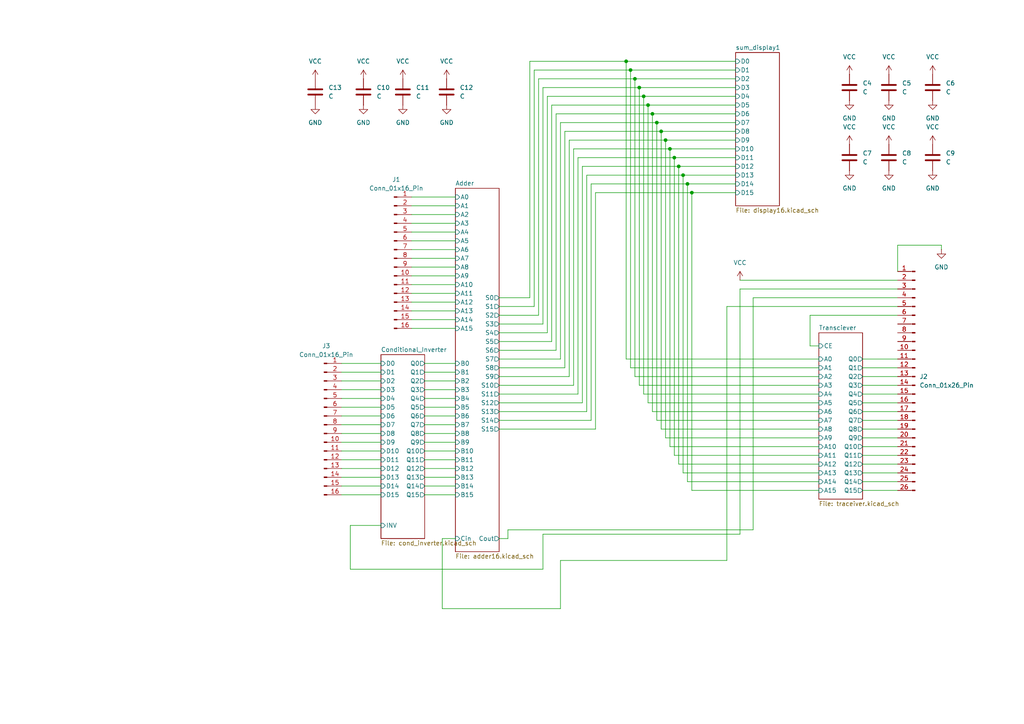
<source format=kicad_sch>
(kicad_sch (version 20231120) (generator "eeschema") (generator_version "8.0")
  (paper "A4")
  (lib_symbols
    (symbol "Connector:Conn_01x16_Pin" (pin_names (offset 1.016) hide)
      (property "Reference" "J" (at 0 20.32 0))
      (property "Value" "Conn_01x16_Pin" (at 0 -22.86 0))
      (symbol "Conn_01x16_Pin_1_1"
        (polyline (pts (xy 1.27 -20.32) (xy 0.8636 -20.32)) (stroke (width 0.1524)))
        (polyline (pts (xy 1.27 -17.78) (xy 0.8636 -17.78)) (stroke (width 0.1524)))
        (polyline (pts (xy 1.27 -15.24) (xy 0.8636 -15.24)) (stroke (width 0.1524)))
        (polyline (pts (xy 1.27 -12.7) (xy 0.8636 -12.7)) (stroke (width 0.1524)))
        (polyline (pts (xy 1.27 -10.16) (xy 0.8636 -10.16)) (stroke (width 0.1524)))
        (polyline (pts (xy 1.27 -7.62) (xy 0.8636 -7.62)) (stroke (width 0.1524)))
        (polyline (pts (xy 1.27 -5.08) (xy 0.8636 -5.08)) (stroke (width 0.1524)))
        (polyline (pts (xy 1.27 -2.54) (xy 0.8636 -2.54)) (stroke (width 0.1524)))
        (polyline (pts (xy 1.27 0) (xy 0.8636 0)) (stroke (width 0.1524)))
        (polyline (pts (xy 1.27 2.54) (xy 0.8636 2.54)) (stroke (width 0.1524)))
        (polyline (pts (xy 1.27 5.08) (xy 0.8636 5.08)) (stroke (width 0.1524)))
        (polyline (pts (xy 1.27 7.62) (xy 0.8636 7.62)) (stroke (width 0.1524)))
        (polyline (pts (xy 1.27 10.16) (xy 0.8636 10.16)) (stroke (width 0.1524)))
        (polyline (pts (xy 1.27 12.7) (xy 0.8636 12.7)) (stroke (width 0.1524)))
        (polyline (pts (xy 1.27 15.24) (xy 0.8636 15.24)) (stroke (width 0.1524)))
        (polyline (pts (xy 1.27 17.78) (xy 0.8636 17.78)) (stroke (width 0.1524)))
        (rectangle (start 0.8636 -20.193) (end 0 -20.447) (stroke (width 0.1524)) (fill (type outline)))
        (rectangle (start 0.8636 -17.653) (end 0 -17.907) (stroke (width 0.1524)) (fill (type outline)))
        (rectangle (start 0.8636 -15.113) (end 0 -15.367) (stroke (width 0.1524)) (fill (type outline)))
        (rectangle (start 0.8636 -12.573) (end 0 -12.827) (stroke (width 0.1524)) (fill (type outline)))
        (rectangle (start 0.8636 -10.033) (end 0 -10.287) (stroke (width 0.1524)) (fill (type outline)))
        (rectangle (start 0.8636 -7.493) (end 0 -7.747) (stroke (width 0.1524)) (fill (type outline)))
        (rectangle (start 0.8636 -4.953) (end 0 -5.207) (stroke (width 0.1524)) (fill (type outline)))
        (rectangle (start 0.8636 -2.413) (end 0 -2.667) (stroke (width 0.1524)) (fill (type outline)))
        (rectangle (start 0.8636 0.127) (end 0 -0.127) (stroke (width 0.1524)) (fill (type outline)))
        (rectangle (start 0.8636 2.667) (end 0 2.413) (stroke (width 0.1524)) (fill (type outline)))
        (rectangle (start 0.8636 5.207) (end 0 4.953) (stroke (width 0.1524)) (fill (type outline)))
        (rectangle (start 0.8636 7.747) (end 0 7.493) (stroke (width 0.1524)) (fill (type outline)))
        (rectangle (start 0.8636 10.287) (end 0 10.033) (stroke (width 0.1524)) (fill (type outline)))
        (rectangle (start 0.8636 12.827) (end 0 12.573) (stroke (width 0.1524)) (fill (type outline)))
        (rectangle (start 0.8636 15.367) (end 0 15.113) (stroke (width 0.1524)) (fill (type outline)))
        (rectangle (start 0.8636 17.907) (end 0 17.653) (stroke (width 0.1524)) (fill (type outline)))
        (pin passive line (at 5.08 17.78 180) (length 3.81) (name "Pin_1") (number "1"))
        (pin passive line (at 5.08 -5.08 180) (length 3.81) (name "Pin_10") (number "10"))
        (pin passive line (at 5.08 -7.62 180) (length 3.81) (name "Pin_11") (number "11"))
        (pin passive line (at 5.08 -10.16 180) (length 3.81) (name "Pin_12") (number "12"))
        (pin passive line (at 5.08 -12.7 180) (length 3.81) (name "Pin_13") (number "13"))
        (pin passive line (at 5.08 -15.24 180) (length 3.81) (name "Pin_14") (number "14"))
        (pin passive line (at 5.08 -17.78 180) (length 3.81) (name "Pin_15") (number "15"))
        (pin passive line (at 5.08 -20.32 180) (length 3.81) (name "Pin_16") (number "16"))
        (pin passive line (at 5.08 15.24 180) (length 3.81) (name "Pin_2") (number "2"))
        (pin passive line (at 5.08 12.7 180) (length 3.81) (name "Pin_3") (number "3"))
        (pin passive line (at 5.08 10.16 180) (length 3.81) (name "Pin_4") (number "4"))
        (pin passive line (at 5.08 7.62 180) (length 3.81) (name "Pin_5") (number "5"))
        (pin passive line (at 5.08 5.08 180) (length 3.81) (name "Pin_6") (number "6"))
        (pin passive line (at 5.08 2.54 180) (length 3.81) (name "Pin_7") (number "7"))
        (pin passive line (at 5.08 0 180) (length 3.81) (name "Pin_8") (number "8"))
        (pin passive line (at 5.08 -2.54 180) (length 3.81) (name "Pin_9") (number "9"))
      )
    )
    (symbol "Connector:Conn_01x26_Pin" (pin_names (offset 1.016) hide)
      (property "Reference" "J" (at 0 33.02 0))
      (property "Value" "Conn_01x26_Pin" (at 0 -35.56 0))
      (symbol "Conn_01x26_Pin_1_1"
        (polyline (pts (xy 1.27 -33.02) (xy 0.8636 -33.02)) (stroke (width 0.1524)))
        (polyline (pts (xy 1.27 -30.48) (xy 0.8636 -30.48)) (stroke (width 0.1524)))
        (polyline (pts (xy 1.27 -27.94) (xy 0.8636 -27.94)) (stroke (width 0.1524)))
        (polyline (pts (xy 1.27 -25.4) (xy 0.8636 -25.4)) (stroke (width 0.1524)))
        (polyline (pts (xy 1.27 -22.86) (xy 0.8636 -22.86)) (stroke (width 0.1524)))
        (polyline (pts (xy 1.27 -20.32) (xy 0.8636 -20.32)) (stroke (width 0.1524)))
        (polyline (pts (xy 1.27 -17.78) (xy 0.8636 -17.78)) (stroke (width 0.1524)))
        (polyline (pts (xy 1.27 -15.24) (xy 0.8636 -15.24)) (stroke (width 0.1524)))
        (polyline (pts (xy 1.27 -12.7) (xy 0.8636 -12.7)) (stroke (width 0.1524)))
        (polyline (pts (xy 1.27 -10.16) (xy 0.8636 -10.16)) (stroke (width 0.1524)))
        (polyline (pts (xy 1.27 -7.62) (xy 0.8636 -7.62)) (stroke (width 0.1524)))
        (polyline (pts (xy 1.27 -5.08) (xy 0.8636 -5.08)) (stroke (width 0.1524)))
        (polyline (pts (xy 1.27 -2.54) (xy 0.8636 -2.54)) (stroke (width 0.1524)))
        (polyline (pts (xy 1.27 0) (xy 0.8636 0)) (stroke (width 0.1524)))
        (polyline (pts (xy 1.27 2.54) (xy 0.8636 2.54)) (stroke (width 0.1524)))
        (polyline (pts (xy 1.27 5.08) (xy 0.8636 5.08)) (stroke (width 0.1524)))
        (polyline (pts (xy 1.27 7.62) (xy 0.8636 7.62)) (stroke (width 0.1524)))
        (polyline (pts (xy 1.27 10.16) (xy 0.8636 10.16)) (stroke (width 0.1524)))
        (polyline (pts (xy 1.27 12.7) (xy 0.8636 12.7)) (stroke (width 0.1524)))
        (polyline (pts (xy 1.27 15.24) (xy 0.8636 15.24)) (stroke (width 0.1524)))
        (polyline (pts (xy 1.27 17.78) (xy 0.8636 17.78)) (stroke (width 0.1524)))
        (polyline (pts (xy 1.27 20.32) (xy 0.8636 20.32)) (stroke (width 0.1524)))
        (polyline (pts (xy 1.27 22.86) (xy 0.8636 22.86)) (stroke (width 0.1524)))
        (polyline (pts (xy 1.27 25.4) (xy 0.8636 25.4)) (stroke (width 0.1524)))
        (polyline (pts (xy 1.27 27.94) (xy 0.8636 27.94)) (stroke (width 0.1524)))
        (polyline (pts (xy 1.27 30.48) (xy 0.8636 30.48)) (stroke (width 0.1524)))
        (rectangle (start 0.8636 -32.893) (end 0 -33.147) (stroke (width 0.1524)) (fill (type outline)))
        (rectangle (start 0.8636 -30.353) (end 0 -30.607) (stroke (width 0.1524)) (fill (type outline)))
        (rectangle (start 0.8636 -27.813) (end 0 -28.067) (stroke (width 0.1524)) (fill (type outline)))
        (rectangle (start 0.8636 -25.273) (end 0 -25.527) (stroke (width 0.1524)) (fill (type outline)))
        (rectangle (start 0.8636 -22.733) (end 0 -22.987) (stroke (width 0.1524)) (fill (type outline)))
        (rectangle (start 0.8636 -20.193) (end 0 -20.447) (stroke (width 0.1524)) (fill (type outline)))
        (rectangle (start 0.8636 -17.653) (end 0 -17.907) (stroke (width 0.1524)) (fill (type outline)))
        (rectangle (start 0.8636 -15.113) (end 0 -15.367) (stroke (width 0.1524)) (fill (type outline)))
        (rectangle (start 0.8636 -12.573) (end 0 -12.827) (stroke (width 0.1524)) (fill (type outline)))
        (rectangle (start 0.8636 -10.033) (end 0 -10.287) (stroke (width 0.1524)) (fill (type outline)))
        (rectangle (start 0.8636 -7.493) (end 0 -7.747) (stroke (width 0.1524)) (fill (type outline)))
        (rectangle (start 0.8636 -4.953) (end 0 -5.207) (stroke (width 0.1524)) (fill (type outline)))
        (rectangle (start 0.8636 -2.413) (end 0 -2.667) (stroke (width 0.1524)) (fill (type outline)))
        (rectangle (start 0.8636 0.127) (end 0 -0.127) (stroke (width 0.1524)) (fill (type outline)))
        (rectangle (start 0.8636 2.667) (end 0 2.413) (stroke (width 0.1524)) (fill (type outline)))
        (rectangle (start 0.8636 5.207) (end 0 4.953) (stroke (width 0.1524)) (fill (type outline)))
        (rectangle (start 0.8636 7.747) (end 0 7.493) (stroke (width 0.1524)) (fill (type outline)))
        (rectangle (start 0.8636 10.287) (end 0 10.033) (stroke (width 0.1524)) (fill (type outline)))
        (rectangle (start 0.8636 12.827) (end 0 12.573) (stroke (width 0.1524)) (fill (type outline)))
        (rectangle (start 0.8636 15.367) (end 0 15.113) (stroke (width 0.1524)) (fill (type outline)))
        (rectangle (start 0.8636 17.907) (end 0 17.653) (stroke (width 0.1524)) (fill (type outline)))
        (rectangle (start 0.8636 20.447) (end 0 20.193) (stroke (width 0.1524)) (fill (type outline)))
        (rectangle (start 0.8636 22.987) (end 0 22.733) (stroke (width 0.1524)) (fill (type outline)))
        (rectangle (start 0.8636 25.527) (end 0 25.273) (stroke (width 0.1524)) (fill (type outline)))
        (rectangle (start 0.8636 28.067) (end 0 27.813) (stroke (width 0.1524)) (fill (type outline)))
        (rectangle (start 0.8636 30.607) (end 0 30.353) (stroke (width 0.1524)) (fill (type outline)))
        (pin passive line (at 5.08 30.48 180) (length 3.81) (name "Pin_1") (number "1"))
        (pin passive line (at 5.08 7.62 180) (length 3.81) (name "Pin_10") (number "10"))
        (pin passive line (at 5.08 5.08 180) (length 3.81) (name "Pin_11") (number "11"))
        (pin passive line (at 5.08 2.54 180) (length 3.81) (name "Pin_12") (number "12"))
        (pin passive line (at 5.08 0 180) (length 3.81) (name "Pin_13") (number "13"))
        (pin passive line (at 5.08 -2.54 180) (length 3.81) (name "Pin_14") (number "14"))
        (pin passive line (at 5.08 -5.08 180) (length 3.81) (name "Pin_15") (number "15"))
        (pin passive line (at 5.08 -7.62 180) (length 3.81) (name "Pin_16") (number "16"))
        (pin passive line (at 5.08 -10.16 180) (length 3.81) (name "Pin_17") (number "17"))
        (pin passive line (at 5.08 -12.7 180) (length 3.81) (name "Pin_18") (number "18"))
        (pin passive line (at 5.08 -15.24 180) (length 3.81) (name "Pin_19") (number "19"))
        (pin passive line (at 5.08 27.94 180) (length 3.81) (name "Pin_2") (number "2"))
        (pin passive line (at 5.08 -17.78 180) (length 3.81) (name "Pin_20") (number "20"))
        (pin passive line (at 5.08 -20.32 180) (length 3.81) (name "Pin_21") (number "21"))
        (pin passive line (at 5.08 -22.86 180) (length 3.81) (name "Pin_22") (number "22"))
        (pin passive line (at 5.08 -25.4 180) (length 3.81) (name "Pin_23") (number "23"))
        (pin passive line (at 5.08 -27.94 180) (length 3.81) (name "Pin_24") (number "24"))
        (pin passive line (at 5.08 -30.48 180) (length 3.81) (name "Pin_25") (number "25"))
        (pin passive line (at 5.08 -33.02 180) (length 3.81) (name "Pin_26") (number "26"))
        (pin passive line (at 5.08 25.4 180) (length 3.81) (name "Pin_3") (number "3"))
        (pin passive line (at 5.08 22.86 180) (length 3.81) (name "Pin_4") (number "4"))
        (pin passive line (at 5.08 20.32 180) (length 3.81) (name "Pin_5") (number "5"))
        (pin passive line (at 5.08 17.78 180) (length 3.81) (name "Pin_6") (number "6"))
        (pin passive line (at 5.08 15.24 180) (length 3.81) (name "Pin_7") (number "7"))
        (pin passive line (at 5.08 12.7 180) (length 3.81) (name "Pin_8") (number "8"))
        (pin passive line (at 5.08 10.16 180) (length 3.81) (name "Pin_9") (number "9"))
      )
    )
    (symbol "Device:C" (pin_numbers hide) (pin_names (offset 0.254))
      (property "Reference" "C" (at 0.635 2.54 0))
      (property "Value" "C" (at 0.635 -2.54 0))
      (symbol "C_0_1"
        (polyline (pts (xy -2.032 -0.762) (xy 2.032 -0.762)) (stroke (width 0.508)))
        (polyline (pts (xy -2.032 0.762) (xy 2.032 0.762)) (stroke (width 0.508)))
      )
      (symbol "C_1_1"
        (pin passive line (at 0 3.81 270) (length 2.794) (name "~") (number "1"))
        (pin passive line (at 0 -3.81 90) (length 2.794) (name "~") (number "2"))
      )
    )
    (symbol "power:GND" (power) (pin_numbers hide) (pin_names (offset 0) hide)
      (property "Value" "GND" (at 0 -3.81 0))
      (symbol "GND_0_1"
        (polyline (pts (xy 0 0) (xy 0 -1.27) (xy 1.27 -1.27) (xy 0 -2.54) (xy -1.27 -1.27) (xy 0 -1.27)))
      )
      (symbol "GND_1_1"
        (pin power_in line (at 0 0 270) (length 0) (name "~") (number "1"))
      )
    )
    (symbol "power:VCC" (power) (pin_numbers hide) (pin_names (offset 0) hide)
      (property "Value" "VCC" (at 0 3.556 0))
      (symbol "VCC_0_1"
        (polyline (pts (xy -0.762 1.27) (xy 0 2.54)))
        (polyline (pts (xy 0 0) (xy 0 2.54)))
        (polyline (pts (xy 0 2.54) (xy 0.762 1.27)))
      )
      (symbol "VCC_1_1"
        (pin power_in line (at 0 0 90) (length 0) (name "~") (number "1"))
      )
    )
  )
  (junction (at 199.39 53.34))
  (junction (at 198.12 50.8))
  (junction (at 184.15 22.86))
  (junction (at 191.77 38.1))
  (junction (at 186.69 27.94))
  (junction (at 185.42 25.4))
  (junction (at 190.5 35.56))
  (junction (at 182.88 20.32))
  (junction (at 196.85 48.26))
  (junction (at 181.61 17.78))
  (junction (at 194.31 43.18))
  (junction (at 195.58 45.72))
  (junction (at 187.96 30.48))
  (junction (at 189.23 33.02))
  (junction (at 200.66 55.88))
  (junction (at 193.04 40.64))
  (wire (pts (xy 218.44 86.36) (xy 218.44 153.67)))
  (wire (pts (xy 153.67 86.36) (xy 144.78 86.36)))
  (wire (pts (xy 194.31 43.18) (xy 213.36 43.18)))
  (wire (pts (xy 99.06 143.51) (xy 110.49 143.51)))
  (wire (pts (xy 157.48 165.1) (xy 101.6 165.1)))
  (wire (pts (xy 185.42 25.4) (xy 213.36 25.4)))
  (wire (pts (xy 186.69 27.94) (xy 213.36 27.94)))
  (wire (pts (xy 196.85 134.62) (xy 237.49 134.62)))
  (wire (pts (xy 186.69 27.94) (xy 186.69 114.3)))
  (wire (pts (xy 158.75 96.52) (xy 144.78 96.52)))
  (wire (pts (xy 184.15 22.86) (xy 184.15 109.22)))
  (wire (pts (xy 156.21 22.86) (xy 184.15 22.86)))
  (wire (pts (xy 119.38 87.63) (xy 132.08 87.63)))
  (wire (pts (xy 185.42 25.4) (xy 185.42 111.76)))
  (wire (pts (xy 214.63 154.94) (xy 157.48 154.94)))
  (wire (pts (xy 200.66 55.88) (xy 213.36 55.88)))
  (wire (pts (xy 119.38 62.23) (xy 132.08 62.23)))
  (wire (pts (xy 250.19 129.54) (xy 260.35 129.54)))
  (wire (pts (xy 153.67 17.78) (xy 181.61 17.78)))
  (wire (pts (xy 260.35 86.36) (xy 218.44 86.36)))
  (wire (pts (xy 128.27 176.53) (xy 128.27 156.21)))
  (wire (pts (xy 165.1 40.64) (xy 165.1 109.22)))
  (wire (pts (xy 167.64 45.72) (xy 167.64 114.3)))
  (wire (pts (xy 99.06 118.11) (xy 110.49 118.11)))
  (wire (pts (xy 123.19 107.95) (xy 132.08 107.95)))
  (wire (pts (xy 123.19 128.27) (xy 132.08 128.27)))
  (wire (pts (xy 214.63 81.28) (xy 260.35 81.28)))
  (wire (pts (xy 250.19 106.68) (xy 260.35 106.68)))
  (wire (pts (xy 123.19 110.49) (xy 132.08 110.49)))
  (wire (pts (xy 195.58 45.72) (xy 213.36 45.72)))
  (wire (pts (xy 250.19 132.08) (xy 260.35 132.08)))
  (wire (pts (xy 182.88 20.32) (xy 213.36 20.32)))
  (wire (pts (xy 166.37 43.18) (xy 194.31 43.18)))
  (wire (pts (xy 99.06 140.97) (xy 110.49 140.97)))
  (wire (pts (xy 273.05 71.12) (xy 273.05 72.39)))
  (wire (pts (xy 162.56 176.53) (xy 128.27 176.53)))
  (wire (pts (xy 119.38 80.01) (xy 132.08 80.01)))
  (wire (pts (xy 99.06 135.89) (xy 110.49 135.89)))
  (wire (pts (xy 119.38 90.17) (xy 132.08 90.17)))
  (wire (pts (xy 200.66 142.24) (xy 237.49 142.24)))
  (wire (pts (xy 99.06 105.41) (xy 110.49 105.41)))
  (wire (pts (xy 187.96 30.48) (xy 187.96 116.84)))
  (wire (pts (xy 234.95 100.33) (xy 237.49 100.33)))
  (wire (pts (xy 165.1 40.64) (xy 193.04 40.64)))
  (wire (pts (xy 123.19 120.65) (xy 132.08 120.65)))
  (wire (pts (xy 123.19 105.41) (xy 132.08 105.41)))
  (wire (pts (xy 168.91 48.26) (xy 196.85 48.26)))
  (wire (pts (xy 190.5 35.56) (xy 213.36 35.56)))
  (wire (pts (xy 128.27 156.21) (xy 132.08 156.21)))
  (wire (pts (xy 167.64 45.72) (xy 195.58 45.72)))
  (wire (pts (xy 250.19 111.76) (xy 260.35 111.76)))
  (wire (pts (xy 172.72 55.88) (xy 172.72 124.46)))
  (wire (pts (xy 162.56 162.56) (xy 162.56 176.53)))
  (wire (pts (xy 160.02 30.48) (xy 187.96 30.48)))
  (wire (pts (xy 160.02 30.48) (xy 160.02 99.06)))
  (wire (pts (xy 99.06 133.35) (xy 110.49 133.35)))
  (wire (pts (xy 119.38 74.93) (xy 132.08 74.93)))
  (wire (pts (xy 172.72 55.88) (xy 200.66 55.88)))
  (wire (pts (xy 187.96 30.48) (xy 213.36 30.48)))
  (wire (pts (xy 119.38 95.25) (xy 132.08 95.25)))
  (wire (pts (xy 170.18 50.8) (xy 198.12 50.8)))
  (wire (pts (xy 171.45 121.92) (xy 144.78 121.92)))
  (wire (pts (xy 199.39 53.34) (xy 199.39 139.7)))
  (wire (pts (xy 191.77 124.46) (xy 237.49 124.46)))
  (wire (pts (xy 250.19 124.46) (xy 260.35 124.46)))
  (wire (pts (xy 153.67 17.78) (xy 153.67 86.36)))
  (wire (pts (xy 99.06 115.57) (xy 110.49 115.57)))
  (wire (pts (xy 162.56 35.56) (xy 162.56 104.14)))
  (wire (pts (xy 218.44 153.67) (xy 147.32 153.67)))
  (wire (pts (xy 99.06 125.73) (xy 110.49 125.73)))
  (wire (pts (xy 119.38 82.55) (xy 132.08 82.55)))
  (wire (pts (xy 163.83 38.1) (xy 191.77 38.1)))
  (wire (pts (xy 170.18 119.38) (xy 144.78 119.38)))
  (wire (pts (xy 172.72 124.46) (xy 144.78 124.46)))
  (wire (pts (xy 190.5 121.92) (xy 237.49 121.92)))
  (wire (pts (xy 187.96 116.84) (xy 237.49 116.84)))
  (wire (pts (xy 184.15 22.86) (xy 213.36 22.86)))
  (wire (pts (xy 171.45 53.34) (xy 171.45 121.92)))
  (wire (pts (xy 99.06 113.03) (xy 110.49 113.03)))
  (wire (pts (xy 157.48 154.94) (xy 157.48 165.1)))
  (wire (pts (xy 194.31 129.54) (xy 237.49 129.54)))
  (wire (pts (xy 186.69 114.3) (xy 237.49 114.3)))
  (wire (pts (xy 154.94 20.32) (xy 182.88 20.32)))
  (wire (pts (xy 199.39 53.34) (xy 213.36 53.34)))
  (wire (pts (xy 193.04 40.64) (xy 213.36 40.64)))
  (wire (pts (xy 191.77 38.1) (xy 191.77 124.46)))
  (wire (pts (xy 154.94 20.32) (xy 154.94 88.9)))
  (wire (pts (xy 198.12 137.16) (xy 237.49 137.16)))
  (wire (pts (xy 99.06 130.81) (xy 110.49 130.81)))
  (wire (pts (xy 160.02 99.06) (xy 144.78 99.06)))
  (wire (pts (xy 193.04 40.64) (xy 193.04 127)))
  (wire (pts (xy 123.19 143.51) (xy 132.08 143.51)))
  (wire (pts (xy 185.42 111.76) (xy 237.49 111.76)))
  (wire (pts (xy 123.19 125.73) (xy 132.08 125.73)))
  (wire (pts (xy 250.19 142.24) (xy 260.35 142.24)))
  (wire (pts (xy 165.1 109.22) (xy 144.78 109.22)))
  (wire (pts (xy 157.48 25.4) (xy 157.48 93.98)))
  (wire (pts (xy 260.35 78.74) (xy 260.35 71.12)))
  (wire (pts (xy 170.18 50.8) (xy 170.18 119.38)))
  (wire (pts (xy 119.38 92.71) (xy 132.08 92.71)))
  (wire (pts (xy 250.19 127) (xy 260.35 127)))
  (wire (pts (xy 157.48 25.4) (xy 185.42 25.4)))
  (wire (pts (xy 161.29 101.6) (xy 144.78 101.6)))
  (wire (pts (xy 196.85 48.26) (xy 196.85 134.62)))
  (wire (pts (xy 171.45 53.34) (xy 199.39 53.34)))
  (wire (pts (xy 99.06 120.65) (xy 110.49 120.65)))
  (wire (pts (xy 260.35 91.44) (xy 234.95 91.44)))
  (wire (pts (xy 123.19 115.57) (xy 132.08 115.57)))
  (wire (pts (xy 184.15 109.22) (xy 237.49 109.22)))
  (wire (pts (xy 182.88 106.68) (xy 237.49 106.68)))
  (wire (pts (xy 250.19 121.92) (xy 260.35 121.92)))
  (wire (pts (xy 156.21 91.44) (xy 144.78 91.44)))
  (wire (pts (xy 195.58 45.72) (xy 195.58 132.08)))
  (wire (pts (xy 250.19 119.38) (xy 260.35 119.38)))
  (wire (pts (xy 99.06 138.43) (xy 110.49 138.43)))
  (wire (pts (xy 147.32 156.21) (xy 144.78 156.21)))
  (wire (pts (xy 198.12 50.8) (xy 213.36 50.8)))
  (wire (pts (xy 123.19 133.35) (xy 132.08 133.35)))
  (wire (pts (xy 101.6 152.4) (xy 110.49 152.4)))
  (wire (pts (xy 195.58 132.08) (xy 237.49 132.08)))
  (wire (pts (xy 123.19 130.81) (xy 132.08 130.81)))
  (wire (pts (xy 166.37 111.76) (xy 144.78 111.76)))
  (wire (pts (xy 158.75 27.94) (xy 186.69 27.94)))
  (wire (pts (xy 167.64 114.3) (xy 144.78 114.3)))
  (wire (pts (xy 181.61 17.78) (xy 213.36 17.78)))
  (wire (pts (xy 119.38 57.15) (xy 132.08 57.15)))
  (wire (pts (xy 234.95 91.44) (xy 234.95 100.33)))
  (wire (pts (xy 250.19 116.84) (xy 260.35 116.84)))
  (wire (pts (xy 119.38 69.85) (xy 132.08 69.85)))
  (wire (pts (xy 182.88 20.32) (xy 182.88 106.68)))
  (wire (pts (xy 161.29 33.02) (xy 189.23 33.02)))
  (wire (pts (xy 119.38 64.77) (xy 132.08 64.77)))
  (wire (pts (xy 198.12 50.8) (xy 198.12 137.16)))
  (wire (pts (xy 99.06 123.19) (xy 110.49 123.19)))
  (wire (pts (xy 189.23 33.02) (xy 189.23 119.38)))
  (wire (pts (xy 162.56 35.56) (xy 190.5 35.56)))
  (wire (pts (xy 168.91 116.84) (xy 144.78 116.84)))
  (wire (pts (xy 260.35 88.9) (xy 210.82 88.9)))
  (wire (pts (xy 214.63 83.82) (xy 214.63 154.94)))
  (wire (pts (xy 193.04 127) (xy 237.49 127)))
  (wire (pts (xy 161.29 33.02) (xy 161.29 101.6)))
  (wire (pts (xy 210.82 88.9) (xy 210.82 162.56)))
  (wire (pts (xy 119.38 77.47) (xy 132.08 77.47)))
  (wire (pts (xy 196.85 48.26) (xy 213.36 48.26)))
  (wire (pts (xy 181.61 104.14) (xy 237.49 104.14)))
  (wire (pts (xy 168.91 48.26) (xy 168.91 116.84)))
  (wire (pts (xy 190.5 35.56) (xy 190.5 121.92)))
  (wire (pts (xy 250.19 104.14) (xy 260.35 104.14)))
  (wire (pts (xy 162.56 104.14) (xy 144.78 104.14)))
  (wire (pts (xy 123.19 140.97) (xy 132.08 140.97)))
  (wire (pts (xy 123.19 118.11) (xy 132.08 118.11)))
  (wire (pts (xy 123.19 135.89) (xy 132.08 135.89)))
  (wire (pts (xy 99.06 128.27) (xy 110.49 128.27)))
  (wire (pts (xy 119.38 85.09) (xy 132.08 85.09)))
  (wire (pts (xy 210.82 162.56) (xy 162.56 162.56)))
  (wire (pts (xy 250.19 134.62) (xy 260.35 134.62)))
  (wire (pts (xy 166.37 43.18) (xy 166.37 111.76)))
  (wire (pts (xy 119.38 67.31) (xy 132.08 67.31)))
  (wire (pts (xy 123.19 113.03) (xy 132.08 113.03)))
  (wire (pts (xy 194.31 43.18) (xy 194.31 129.54)))
  (wire (pts (xy 119.38 59.69) (xy 132.08 59.69)))
  (wire (pts (xy 250.19 114.3) (xy 260.35 114.3)))
  (wire (pts (xy 260.35 83.82) (xy 214.63 83.82)))
  (wire (pts (xy 99.06 110.49) (xy 110.49 110.49)))
  (wire (pts (xy 191.77 38.1) (xy 213.36 38.1)))
  (wire (pts (xy 156.21 22.86) (xy 156.21 91.44)))
  (wire (pts (xy 260.35 71.12) (xy 273.05 71.12)))
  (wire (pts (xy 147.32 153.67) (xy 147.32 156.21)))
  (wire (pts (xy 123.19 123.19) (xy 132.08 123.19)))
  (wire (pts (xy 154.94 88.9) (xy 144.78 88.9)))
  (wire (pts (xy 158.75 27.94) (xy 158.75 96.52)))
  (wire (pts (xy 163.83 38.1) (xy 163.83 106.68)))
  (wire (pts (xy 189.23 33.02) (xy 213.36 33.02)))
  (wire (pts (xy 189.23 119.38) (xy 237.49 119.38)))
  (wire (pts (xy 99.06 107.95) (xy 110.49 107.95)))
  (wire (pts (xy 119.38 72.39) (xy 132.08 72.39)))
  (wire (pts (xy 101.6 165.1) (xy 101.6 152.4)))
  (wire (pts (xy 157.48 93.98) (xy 144.78 93.98)))
  (wire (pts (xy 250.19 139.7) (xy 260.35 139.7)))
  (wire (pts (xy 200.66 55.88) (xy 200.66 142.24)))
  (wire (pts (xy 250.19 109.22) (xy 260.35 109.22)))
  (wire (pts (xy 123.19 138.43) (xy 132.08 138.43)))
  (wire (pts (xy 181.61 17.78) (xy 181.61 104.14)))
  (wire (pts (xy 199.39 139.7) (xy 237.49 139.7)))
  (wire (pts (xy 163.83 106.68) (xy 144.78 106.68)))
  (wire (pts (xy 250.19 137.16) (xy 260.35 137.16)))
  (symbol (lib_id "Device:C") (at 91.44 26.67 0) (unit 1)
    (property "Reference" "C13" (at 95.25 25.3999 0) (effects (justify left)))
    (property "Value" "C" (at 95.25 27.9399 0) (effects (justify left)))
    (property "Footprint" "Capacitor_SMD:C_0805_2012Metric" (effects (hide yes)))
    (property "Description" "Unpolarized capacitor" (effects (hide yes)))
  )
  (symbol (lib_id "power:GND") (at 116.84 30.48 0) (unit 1)
    (property "Reference" "#PWR051" (effects (hide yes)))
    (property "Value" "GND" (at 116.84 35.56 0))
    (property "Description" "Power symbol creates a global label with name \"GND\" , ground" (effects (hide yes)))
  )
  (symbol (lib_id "power:VCC") (at 257.81 21.59 0) (unit 1)
    (property "Reference" "#PWR036" (effects (hide yes)))
    (property "Value" "VCC" (at 257.81 16.51 0))
    (property "Description" "Power symbol creates a global label with name \"VCC\"" (effects (hide yes)))
  )
  (symbol (lib_id "power:VCC") (at 116.84 22.86 0) (unit 1)
    (property "Reference" "#PWR048" (effects (hide yes)))
    (property "Value" "VCC" (at 116.84 17.78 0))
    (property "Description" "Power symbol creates a global label with name \"VCC\"" (effects (hide yes)))
  )
  (symbol (lib_id "power:GND") (at 273.05 72.39 0) (unit 1)
    (property "Reference" "#PWR01" (effects (hide yes)))
    (property "Value" "GND" (at 273.05 77.47 0))
    (property "Description" "Power symbol creates a global label with name \"GND\" , ground" (effects (hide yes)))
  )
  (symbol (lib_id "power:VCC") (at 270.51 21.59 0) (unit 1)
    (property "Reference" "#PWR037" (effects (hide yes)))
    (property "Value" "VCC" (at 270.51 16.51 0))
    (property "Description" "Power symbol creates a global label with name \"VCC\"" (effects (hide yes)))
  )
  (symbol (lib_id "power:VCC") (at 246.38 21.59 0) (unit 1)
    (property "Reference" "#PWR035" (effects (hide yes)))
    (property "Value" "VCC" (at 246.38 16.51 0))
    (property "Description" "Power symbol creates a global label with name \"VCC\"" (effects (hide yes)))
  )
  (symbol (lib_id "power:GND") (at 270.51 49.53 0) (unit 1)
    (property "Reference" "#PWR046" (effects (hide yes)))
    (property "Value" "GND" (at 270.51 54.61 0))
    (property "Description" "Power symbol creates a global label with name \"GND\" , ground" (effects (hide yes)))
  )
  (symbol (lib_id "power:GND") (at 246.38 29.21 0) (unit 1)
    (property "Reference" "#PWR038" (effects (hide yes)))
    (property "Value" "GND" (at 246.38 34.29 0))
    (property "Description" "Power symbol creates a global label with name \"GND\" , ground" (effects (hide yes)))
  )
  (symbol (lib_id "power:GND") (at 270.51 29.21 0) (unit 1)
    (property "Reference" "#PWR040" (effects (hide yes)))
    (property "Value" "GND" (at 270.51 34.29 0))
    (property "Description" "Power symbol creates a global label with name \"GND\" , ground" (effects (hide yes)))
  )
  (symbol (lib_id "Device:C") (at 129.54 26.67 0) (unit 1)
    (property "Reference" "C12" (at 133.35 25.3999 0) (effects (justify left)))
    (property "Value" "C" (at 133.35 27.9399 0) (effects (justify left)))
    (property "Footprint" "Capacitor_SMD:C_0805_2012Metric" (effects (hide yes)))
    (property "Description" "Unpolarized capacitor" (effects (hide yes)))
  )
  (symbol (lib_id "power:GND") (at 257.81 29.21 0) (unit 1)
    (property "Reference" "#PWR039" (effects (hide yes)))
    (property "Value" "GND" (at 257.81 34.29 0))
    (property "Description" "Power symbol creates a global label with name \"GND\" , ground" (effects (hide yes)))
  )
  (symbol (lib_id "Device:C") (at 270.51 45.72 0) (unit 1)
    (property "Reference" "C9" (at 274.32 44.4499 0) (effects (justify left)))
    (property "Value" "C" (at 274.32 46.9899 0) (effects (justify left)))
    (property "Footprint" "Capacitor_SMD:C_0805_2012Metric" (effects (hide yes)))
    (property "Description" "Unpolarized capacitor" (effects (hide yes)))
  )
  (symbol (lib_id "power:VCC") (at 91.44 22.86 0) (unit 1)
    (property "Reference" "#PWR053" (effects (hide yes)))
    (property "Value" "VCC" (at 91.44 17.78 0))
    (property "Description" "Power symbol creates a global label with name \"VCC\"" (effects (hide yes)))
  )
  (symbol (lib_id "power:GND") (at 105.41 30.48 0) (unit 1)
    (property "Reference" "#PWR050" (effects (hide yes)))
    (property "Value" "GND" (at 105.41 35.56 0))
    (property "Description" "Power symbol creates a global label with name \"GND\" , ground" (effects (hide yes)))
  )
  (symbol (lib_id "Device:C") (at 116.84 26.67 0) (unit 1)
    (property "Reference" "C11" (at 120.65 25.3999 0) (effects (justify left)))
    (property "Value" "C" (at 120.65 27.9399 0) (effects (justify left)))
    (property "Footprint" "Capacitor_SMD:C_0805_2012Metric" (effects (hide yes)))
    (property "Description" "Unpolarized capacitor" (effects (hide yes)))
  )
  (symbol (lib_id "power:VCC") (at 257.81 41.91 0) (unit 1)
    (property "Reference" "#PWR042" (effects (hide yes)))
    (property "Value" "VCC" (at 257.81 36.83 0))
    (property "Description" "Power symbol creates a global label with name \"VCC\"" (effects (hide yes)))
  )
  (symbol (lib_id "Device:C") (at 246.38 25.4 0) (unit 1)
    (property "Reference" "C4" (at 250.19 24.1299 0) (effects (justify left)))
    (property "Value" "C" (at 250.19 26.6699 0) (effects (justify left)))
    (property "Footprint" "Capacitor_SMD:C_0805_2012Metric" (effects (hide yes)))
    (property "Description" "Unpolarized capacitor" (effects (hide yes)))
  )
  (symbol (lib_id "power:VCC") (at 105.41 22.86 0) (unit 1)
    (property "Reference" "#PWR047" (effects (hide yes)))
    (property "Value" "VCC" (at 105.41 17.78 0))
    (property "Description" "Power symbol creates a global label with name \"VCC\"" (effects (hide yes)))
  )
  (symbol (lib_id "power:GND") (at 129.54 30.48 0) (unit 1)
    (property "Reference" "#PWR052" (effects (hide yes)))
    (property "Value" "GND" (at 129.54 35.56 0))
    (property "Description" "Power symbol creates a global label with name \"GND\" , ground" (effects (hide yes)))
  )
  (symbol (lib_id "Device:C") (at 257.81 45.72 0) (unit 1)
    (property "Reference" "C8" (at 261.62 44.4499 0) (effects (justify left)))
    (property "Value" "C" (at 261.62 46.9899 0) (effects (justify left)))
    (property "Footprint" "Capacitor_SMD:C_0805_2012Metric" (effects (hide yes)))
    (property "Description" "Unpolarized capacitor" (effects (hide yes)))
  )
  (symbol (lib_id "power:VCC") (at 270.51 41.91 0) (unit 1)
    (property "Reference" "#PWR043" (effects (hide yes)))
    (property "Value" "VCC" (at 270.51 36.83 0))
    (property "Description" "Power symbol creates a global label with name \"VCC\"" (effects (hide yes)))
  )
  (symbol (lib_id "power:VCC") (at 214.63 81.28 0) (unit 1)
    (property "Reference" "#PWR02" (effects (hide yes)))
    (property "Value" "VCC" (at 214.63 76.2 0))
    (property "Description" "Power symbol creates a global label with name \"VCC\"" (effects (hide yes)))
  )
  (symbol (lib_id "Device:C") (at 257.81 25.4 0) (unit 1)
    (property "Reference" "C5" (at 261.62 24.1299 0) (effects (justify left)))
    (property "Value" "C" (at 261.62 26.6699 0) (effects (justify left)))
    (property "Footprint" "Capacitor_SMD:C_0805_2012Metric" (effects (hide yes)))
    (property "Description" "Unpolarized capacitor" (effects (hide yes)))
  )
  (symbol (lib_id "Device:C") (at 246.38 45.72 0) (unit 1)
    (property "Reference" "C7" (at 250.19 44.4499 0) (effects (justify left)))
    (property "Value" "C" (at 250.19 46.9899 0) (effects (justify left)))
    (property "Footprint" "Capacitor_SMD:C_0805_2012Metric" (effects (hide yes)))
    (property "Description" "Unpolarized capacitor" (effects (hide yes)))
  )
  (symbol (lib_id "Device:C") (at 105.41 26.67 0) (unit 1)
    (property "Reference" "C10" (at 109.22 25.3999 0) (effects (justify left)))
    (property "Value" "C" (at 109.22 27.9399 0) (effects (justify left)))
    (property "Footprint" "Capacitor_SMD:C_0805_2012Metric" (effects (hide yes)))
    (property "Description" "Unpolarized capacitor" (effects (hide yes)))
  )
  (symbol (lib_id "Device:C") (at 270.51 25.4 0) (unit 1)
    (property "Reference" "C6" (at 274.32 24.1299 0) (effects (justify left)))
    (property "Value" "C" (at 274.32 26.6699 0) (effects (justify left)))
    (property "Footprint" "Capacitor_SMD:C_0805_2012Metric" (effects (hide yes)))
    (property "Description" "Unpolarized capacitor" (effects (hide yes)))
  )
  (symbol (lib_id "Connector:Conn_01x16_Pin") (at 93.98 123.19 0) (unit 1)
    (property "Reference" "J3" (at 94.615 100.33 0))
    (property "Value" "Conn_01x16_Pin" (at 94.615 102.87 0))
    (property "Footprint" "Connector_PinHeader_2.54mm:PinHeader_1x16_P2.54mm_Vertical" (effects (hide yes)))
    (property "Description" "Generic connector, single row, 01x16, script generated" (effects (hide yes)))
  )
  (symbol (lib_id "power:GND") (at 257.81 49.53 0) (unit 1)
    (property "Reference" "#PWR045" (effects (hide yes)))
    (property "Value" "GND" (at 257.81 54.61 0))
    (property "Description" "Power symbol creates a global label with name \"GND\" , ground" (effects (hide yes)))
  )
  (symbol (lib_id "power:VCC") (at 246.38 41.91 0) (unit 1)
    (property "Reference" "#PWR041" (effects (hide yes)))
    (property "Value" "VCC" (at 246.38 36.83 0))
    (property "Description" "Power symbol creates a global label with name \"VCC\"" (effects (hide yes)))
  )
  (symbol (lib_id "power:GND") (at 91.44 30.48 0) (unit 1)
    (property "Reference" "#PWR054" (effects (hide yes)))
    (property "Value" "GND" (at 91.44 35.56 0))
    (property "Description" "Power symbol creates a global label with name \"GND\" , ground" (effects (hide yes)))
  )
  (symbol (lib_id "Connector:Conn_01x26_Pin") (at 265.43 109.22 0) (mirror y) (unit 1)
    (property "Reference" "J2" (at 266.7 109.2199 0) (effects (justify right)))
    (property "Value" "Conn_01x26_Pin" (at 266.7 111.7599 0) (effects (justify right)))
    (property "Footprint" "Connector_PinHeader_2.54mm:PinHeader_1x26_P2.54mm_Horizontal" (effects (hide yes)))
    (property "Description" "Generic connector, single row, 01x26, script generated" (effects (hide yes)))
  )
  (symbol (lib_id "power:VCC") (at 129.54 22.86 0) (unit 1)
    (property "Reference" "#PWR049" (effects (hide yes)))
    (property "Value" "VCC" (at 129.54 17.78 0))
    (property "Description" "Power symbol creates a global label with name \"VCC\"" (effects (hide yes)))
  )
  (symbol (lib_id "power:GND") (at 246.38 49.53 0) (unit 1)
    (property "Reference" "#PWR044" (effects (hide yes)))
    (property "Value" "GND" (at 246.38 54.61 0))
    (property "Description" "Power symbol creates a global label with name \"GND\" , ground" (effects (hide yes)))
  )
  (symbol (lib_id "Connector:Conn_01x16_Pin") (at 114.3 74.93 0) (unit 1)
    (property "Reference" "J1" (at 114.935 52.07 0))
    (property "Value" "Conn_01x16_Pin" (at 114.935 54.61 0))
    (property "Footprint" "Connector_PinHeader_2.54mm:PinHeader_1x16_P2.54mm_Vertical" (effects (hide yes)))
    (property "Description" "Generic connector, single row, 01x16, script generated" (effects (hide yes)))
  )
  (sheet (at 237.49 96.52) (size 12.7 48.26) (stroke (width 0.1524))
    (property "Sheetname" "Transciever" (at 237.49 95.8084 0) (effects (justify left bottom)))
    (property "Sheetfile" "traceiver.kicad_sch" (at 237.49 145.3646 0) (effects (justify left top)))
    (pin "Q14" output (at 250.19 139.7 0))
    (pin "Q13" output (at 250.19 137.16 0))
    (pin "Q12" output (at 250.19 134.62 0))
    (pin "Q15" output (at 250.19 142.24 0))
    (pin "Q8" output (at 250.19 124.46 0))
    (pin "Q10" output (at 250.19 129.54 0))
    (pin "Q9" output (at 250.19 127 0))
    (pin "Q11" output (at 250.19 132.08 0))
    (pin "A8" input (at 237.49 124.46 180))
    (pin "A13" input (at 237.49 137.16 180))
    (pin "A14" input (at 237.49 139.7 180))
    (pin "A15" input (at 237.49 142.24 180))
    (pin "A12" input (at 237.49 134.62 180))
    (pin "A9" input (at 237.49 127 180))
    (pin "A10" input (at 237.49 129.54 180))
    (pin "A11" input (at 237.49 132.08 180))
    (pin "A0" input (at 237.49 104.14 180))
    (pin "Q0" output (at 250.19 104.14 0))
    (pin "Q2" output (at 250.19 109.22 0))
    (pin "Q1" output (at 250.19 106.68 0))
    (pin "Q3" output (at 250.19 111.76 0))
    (pin "Q5" output (at 250.19 116.84 0))
    (pin "Q6" output (at 250.19 119.38 0))
    (pin "Q4" output (at 250.19 114.3 0))
    (pin "Q7" output (at 250.19 121.92 0))
    (pin "A2" input (at 237.49 109.22 180))
    (pin "A4" input (at 237.49 114.3 180))
    (pin "A3" input (at 237.49 111.76 180))
    (pin "A5" input (at 237.49 116.84 180))
    (pin "A6" input (at 237.49 119.38 180))
    (pin "CE" input (at 237.49 100.33 180))
    (pin "A7" input (at 237.49 121.92 180))
    (pin "A1" input (at 237.49 106.68 180))
  )
  (sheet (at 110.49 102.87) (size 12.7 53.34) (stroke (width 0.1524))
    (property "Sheetname" "Conditional_Inverter" (at 110.49 102.1584 0) (effects (justify left bottom)))
    (property "Sheetfile" "cond_inverter.kicad_sch" (at 110.49 156.7946 0) (effects (justify left top)))
    (pin "D2" input (at 110.49 110.49 180))
    (pin "D3" input (at 110.49 113.03 180))
    (pin "D0" input (at 110.49 105.41 180))
    (pin "Q13" output (at 123.19 138.43 0))
    (pin "D14" input (at 110.49 140.97 180))
    (pin "D15" input (at 110.49 143.51 180))
    (pin "D13" input (at 110.49 138.43 180))
    (pin "Q15" output (at 123.19 143.51 0))
    (pin "Q14" output (at 123.19 140.97 0))
    (pin "D6" input (at 110.49 120.65 180))
    (pin "Q7" output (at 123.19 123.19 0))
    (pin "Q6" output (at 123.19 120.65 0))
    (pin "Q4" output (at 123.19 115.57 0))
    (pin "Q5" output (at 123.19 118.11 0))
    (pin "D7" input (at 110.49 123.19 180))
    (pin "D4" input (at 110.49 115.57 180))
    (pin "D5" input (at 110.49 118.11 180))
    (pin "Q2" output (at 123.19 110.49 0))
    (pin "Q3" output (at 123.19 113.03 0))
    (pin "Q0" output (at 123.19 105.41 0))
    (pin "Q1" output (at 123.19 107.95 0))
    (pin "D1" input (at 110.49 107.95 180))
    (pin "INV" input (at 110.49 152.4 180))
    (pin "Q8" output (at 123.19 125.73 0))
    (pin "Q9" output (at 123.19 128.27 0))
    (pin "D11" input (at 110.49 133.35 180))
    (pin "D12" input (at 110.49 135.89 180))
    (pin "D8" input (at 110.49 125.73 180))
    (pin "D9" input (at 110.49 128.27 180))
    (pin "D10" input (at 110.49 130.81 180))
    (pin "Q10" output (at 123.19 130.81 0))
    (pin "Q12" output (at 123.19 135.89 0))
    (pin "Q11" output (at 123.19 133.35 0))
  )
  (sheet (at 213.36 15.24) (size 12.7 44.45) (stroke (width 0.1524))
    (property "Sheetname" "sum_display1" (at 213.36 14.5284 0) (effects (justify left bottom)))
    (property "Sheetfile" "display16.kicad_sch" (at 213.36 60.2746 0) (effects (justify left top)))
    (pin "D2" input (at 213.36 22.86 180))
    (pin "D3" input (at 213.36 25.4 180))
    (pin "D0" input (at 213.36 17.78 180))
    (pin "D1" input (at 213.36 20.32 180))
    (pin "D5" input (at 213.36 30.48 180))
    (pin "D6" input (at 213.36 33.02 180))
    (pin "D4" input (at 213.36 27.94 180))
    (pin "D12" input (at 213.36 48.26 180))
    (pin "D14" input (at 213.36 53.34 180))
    (pin "D15" input (at 213.36 55.88 180))
    (pin "D13" input (at 213.36 50.8 180))
    (pin "D10" input (at 213.36 43.18 180))
    (pin "D11" input (at 213.36 45.72 180))
    (pin "D7" input (at 213.36 35.56 180))
    (pin "D8" input (at 213.36 38.1 180))
    (pin "D9" input (at 213.36 40.64 180))
  )
  (sheet (at 132.08 54.61) (size 12.7 105.41) (stroke (width 0.1524))
    (property "Sheetname" "Adder" (at 132.08 53.8984 0) (effects (justify left bottom)))
    (property "Sheetfile" "adder16.kicad_sch" (at 132.08 160.6046 0) (effects (justify left top)))
    (pin "A6" input (at 132.08 72.39 180))
    (pin "A5" input (at 132.08 69.85 180))
    (pin "A4" input (at 132.08 67.31 180))
    (pin "S6" output (at 144.78 101.6 0))
    (pin "S5" output (at 144.78 99.06 0))
    (pin "S4" output (at 144.78 96.52 0))
    (pin "S7" output (at 144.78 104.14 0))
    (pin "A7" input (at 132.08 74.93 180))
    (pin "B4" input (at 132.08 115.57 180))
    (pin "B5" input (at 132.08 118.11 180))
    (pin "B6" input (at 132.08 120.65 180))
    (pin "B7" input (at 132.08 123.19 180))
    (pin "A2" input (at 132.08 62.23 180))
    (pin "B0" input (at 132.08 105.41 180))
    (pin "A3" input (at 132.08 64.77 180))
    (pin "B1" input (at 132.08 107.95 180))
    (pin "B2" input (at 132.08 110.49 180))
    (pin "B3" input (at 132.08 113.03 180))
    (pin "Cin" input (at 132.08 156.21 180))
    (pin "A0" input (at 132.08 57.15 180))
    (pin "A1" input (at 132.08 59.69 180))
    (pin "S0" output (at 144.78 86.36 0))
    (pin "S1" output (at 144.78 88.9 0))
    (pin "S2" output (at 144.78 91.44 0))
    (pin "S3" output (at 144.78 93.98 0))
    (pin "S8" output (at 144.78 106.68 0))
    (pin "S10" output (at 144.78 111.76 0))
    (pin "S9" output (at 144.78 109.22 0))
    (pin "S11" output (at 144.78 114.3 0))
    (pin "A9" input (at 132.08 80.01 180))
    (pin "A10" input (at 132.08 82.55 180))
    (pin "A11" input (at 132.08 85.09 180))
    (pin "B8" input (at 132.08 125.73 180))
    (pin "B9" input (at 132.08 128.27 180))
    (pin "B10" input (at 132.08 130.81 180))
    (pin "A8" input (at 132.08 77.47 180))
    (pin "B11" input (at 132.08 133.35 180))
    (pin "S13" output (at 144.78 119.38 0))
    (pin "S14" output (at 144.78 121.92 0))
    (pin "S12" output (at 144.78 116.84 0))
    (pin "S15" output (at 144.78 124.46 0))
    (pin "Cout" output (at 144.78 156.21 0))
    (pin "A14" input (at 132.08 92.71 180))
    (pin "A15" input (at 132.08 95.25 180))
    (pin "B12" input (at 132.08 135.89 180))
    (pin "B13" input (at 132.08 138.43 180))
    (pin "B14" input (at 132.08 140.97 180))
    (pin "B15" input (at 132.08 143.51 180))
    (pin "A13" input (at 132.08 90.17 180))
    (pin "A12" input (at 132.08 87.63 180))
  )
)
</source>
